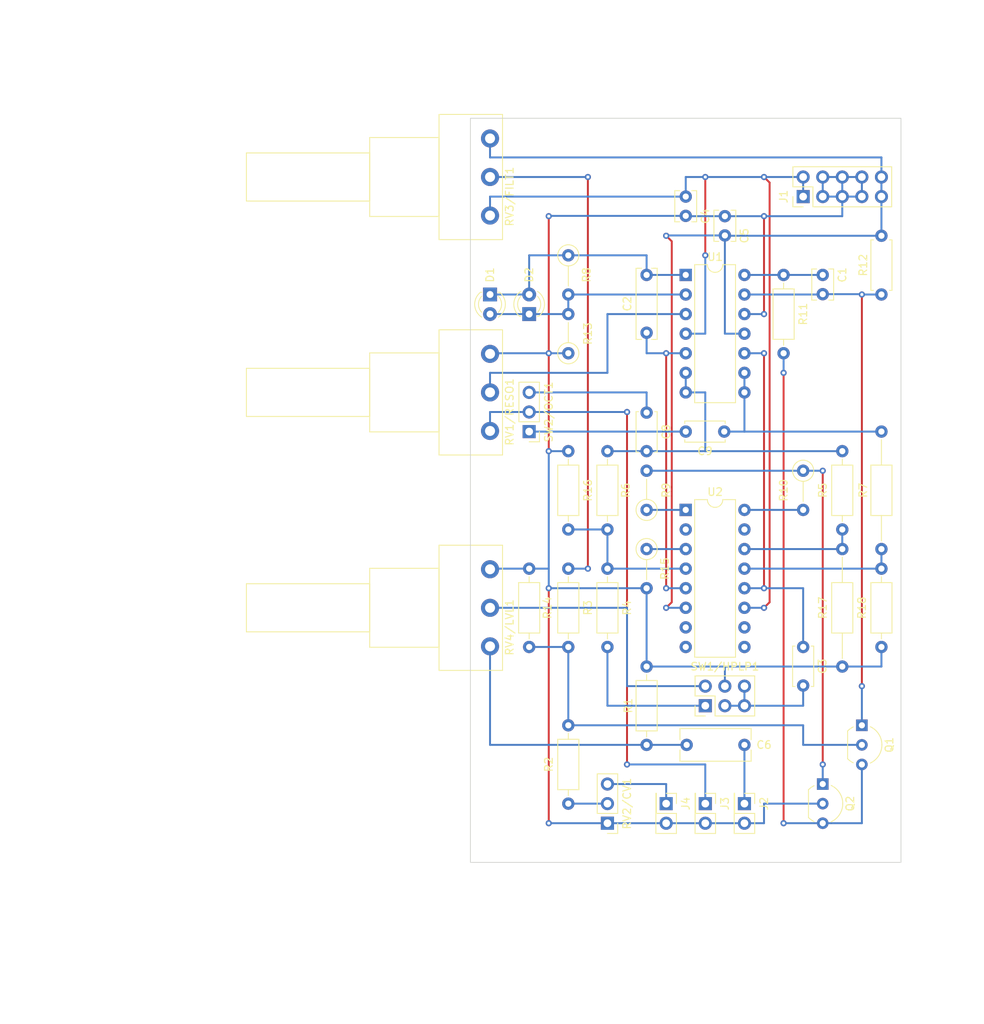
<source format=kicad_pcb>
(kicad_pcb (version 20221018) (generator pcbnew)
  (layers (0 "F.Cu" signal) (31 "B.Cu" signal) (34 "B.Paste" user) (35 "F.Paste" user) (36 "B.SilkS" user "B.Silkscreen") (37 "F.SilkS" user "F.Silkscreen") (38 "B.Mask" user) (39 "F.Mask" user) (44 "Edge.Cuts" user))
  (net 0 "")
  (net 1 "Net-(Q1-C)")
  (net 2 "Net-(Q1-B)")
  (net 3 "Net-(Q1-E)")
  (net 4 "Net-(Q2-C)")
  (net 5 "GND")
  (net 6 "Net-(C1-Pad1)")
  (net 7 "Net-(U1B-+)")
  (net 8 "Net-(D1-A)")
  (net 9 "Net-(U1C-+)")
  (net 10 "+12V")
  (net 11 "-12V")
  (net 12 "Net-(U1C--)")
  (net 13 "Net-(J2-Pin_1)")
  (net 14 "Net-(J3-Pin_1)")
  (net 15 "Net-(J4-Pin_1)")
  (net 16 "Net-(R2-Pad1)")
  (net 17 "Net-(R3-Pad1)")
  (net 18 "Net-(U2C-+)")
  (net 19 "Net-(U2A-+)")
  (net 20 "Net-(U2C--)")
  (net 21 "Net-(U2A--)")
  (net 22 "Net-(D1-K)")
  (net 23 "Net-(R9-Pad1)")
  (net 24 "Net-(R10-Pad2)")
  (net 25 "Net-(U1A-+)")
  (net 28 "Net-(SW1/HPLP1A-A)")
  (net 29 "Net-(SW1/HPLP1A-C)")
  (net 30 "Net-(C6-Pad1)")
  (net 31 "Net-(SW2/OCT1-A)")
  (net 32 "Net-(SW2/OCT1-C)")
  (net 33 "Net-(SW1/HPLP1A-B)")
  (net 34 "Net-(U1B--)")
  (footprint "Package_TO_SOT_THT:TO-92_Inline_Wide" (layer "F.Cu") (at 124.46 106.68 -90)
    (fp_text reference "Q1" (at 2.54 -3.56 90) (layer "F.SilkS"))
    (fp_text value "BC558")
    (pad "1" thru_hole rect (at 0 0 270) (size 1.5 1.5) (drill 0.8) (layers "*.Cu" "*.Mask") (net 1 "Net-(Q1-C)"))
    (pad "2" thru_hole circle (at 2.54 0 270) (size 1.5 1.5) (drill 0.8) (layers "*.Cu" "*.Mask") (net 2 "Net-(Q1-B)"))
    (pad "3" thru_hole circle (at 5.08 0 270) (size 1.5 1.5) (drill 0.8) (layers "*.Cu" "*.Mask") (net 3 "Net-(Q1-E)"))
  )
  (footprint "Resistor_THT:R_Axial_DIN0207_L6.3mm_D2.5mm_P10.16mm_Horizontal" (layer "F.Cu") (at 81.28 86.36 -90)
    (fp_text reference "R14" (at 5.08 -2.37 -90) (layer "F.SilkS"))
    (fp_text value "2.2k")
    (pad "1" thru_hole circle (at 0 0 270) (size 1.6 1.6) (drill 0.8) (layers "*.Cu" "*.Mask") (net 5 "GND"))
    (pad "2" thru_hole oval (at 10.16 0 270) (size 1.6 1.6) (drill 0.8) (layers "*.Cu" "*.Mask") (net 2 "Net-(Q1-B)"))
  )
  (footprint "Resistor_THT:R_Axial_DIN0207_L6.3mm_D2.5mm_P5.08mm_Vertical" (layer "F.Cu") (at 116.84 73.66 -90)
    (fp_text reference "R10" (at 2.54 2.54 -90) (layer "F.SilkS"))
    (fp_text value "10k")
    (pad "1" thru_hole circle (at 0 0 270) (size 1.6 1.6) (drill 0.8) (layers "*.Cu" "*.Mask") (net 4 "Net-(Q2-C)"))
    (pad "2" thru_hole oval (at 5.08 0 270) (size 1.6 1.6) (drill 0.8) (layers "*.Cu" "*.Mask") (net 24 "Net-(R10-Pad2)"))
  )
  (footprint "Capacitor_THT:C_Disc_D3.8mm_W2.6mm_P2.50mm" (layer "F.Cu") (at 101.6 38.1 -90)
    (fp_text reference "C4" (at 2.54 -2.54 -90) (layer "F.SilkS"))
    (fp_text value "100n")
    (pad "1" thru_hole circle (at 0 0 270) (size 1.6 1.6) (drill 0.8) (layers "*.Cu" "*.Mask") (net 10 "+12V"))
    (pad "2" thru_hole circle (at 2.5 0 270) (size 1.6 1.6) (drill 0.8) (layers "*.Cu" "*.Mask") (net 5 "GND"))
  )
  (footprint "Resistor_THT:R_Axial_DIN0207_L6.3mm_D2.5mm_P10.16mm_Horizontal" (layer "F.Cu") (at 114.3 58.42 90)
    (fp_text reference "R11" (at 5.08 2.54 90) (layer "F.SilkS"))
    (fp_text value "4.7k")
    (pad "1" thru_hole circle (at 0 0 90) (size 1.6 1.6) (drill 0.8) (layers "*.Cu" "*.Mask") (net 3 "Net-(Q1-E)"))
    (pad "2" thru_hole oval (at 10.16 0 90) (size 1.6 1.6) (drill 0.8) (layers "*.Cu" "*.Mask") (net 6 "Net-(C1-Pad1)"))
  )
  (footprint "Package_TO_SOT_THT:TO-92_Inline_Wide" (layer "F.Cu") (at 119.38 114.3 -90)
    (fp_text reference "Q2" (at 2.54 -3.56 90) (layer "F.SilkS"))
    (fp_text value "BC558" hide)
    (pad "1" thru_hole rect (at 0 0 270) (size 1.5 1.5) (drill 0.8) (layers "*.Cu" "*.Mask") (net 4 "Net-(Q2-C)"))
    (pad "2" thru_hole circle (at 2.54 0 270) (size 1.5 1.5) (drill 0.8) (layers "*.Cu" "*.Mask") (net 5 "GND"))
    (pad "3" thru_hole circle (at 5.08 0 270) (size 1.5 1.5) (drill 0.8) (layers "*.Cu" "*.Mask") (net 3 "Net-(Q1-E)"))
  )
  (footprint "Resistor_THT:R_Axial_DIN0207_L6.3mm_D2.5mm_P10.16mm_Horizontal" (layer "F.Cu") (at 91.44 96.52 90)
    (fp_text reference "R4" (at 5.08 2.54 90) (layer "F.SilkS"))
    (fp_text value "10k")
    (pad "1" thru_hole circle (at 0 0 90) (size 1.6 1.6) (drill 0.8) (layers "*.Cu" "*.Mask") (net 28 "Net-(SW1/HPLP1A-A)"))
    (pad "2" thru_hole oval (at 10.16 0 90) (size 1.6 1.6) (drill 0.8) (layers "*.Cu" "*.Mask") (net 20 "Net-(U2C--)"))
  )
  (footprint "Package_DIP:DIP-16_W7.62mm" (layer "F.Cu") (at 101.6 78.74)
    (fp_text reference "U2" (at 3.81 -2.33) (layer "F.SilkS"))
    (fp_text value "LM13700")
    (pad "1" thru_hole rect (at 0 0) (size 1.6 1.6) (drill 0.8) (layers "*.Cu" "*.Mask") (net 23 "Net-(R9-Pad1)"))
    (pad "2" thru_hole oval (at 0 2.54) (size 1.6 1.6) (drill 0.8) (layers "*.Cu" "*.Mask"))
    (pad "3" thru_hole oval (at 0 5.08) (size 1.6 1.6) (drill 0.8) (layers "*.Cu" "*.Mask") (net 18 "Net-(U2C-+)"))
    (pad "4" thru_hole oval (at 0 7.62) (size 1.6 1.6) (drill 0.8) (layers "*.Cu" "*.Mask") (net 20 "Net-(U2C--)"))
    (pad "5" thru_hole oval (at 0 10.16) (size 1.6 1.6) (drill 0.8) (layers "*.Cu" "*.Mask") (net 7 "Net-(U1B-+)"))
    (pad "6" thru_hole oval (at 0 12.7) (size 1.6 1.6) (drill 0.8) (layers "*.Cu" "*.Mask") (net 11 "-12V"))
    (pad "7" thru_hole oval (at 0 15.24) (size 1.6 1.6) (drill 0.8) (layers "*.Cu" "*.Mask"))
    (pad "8" thru_hole oval (at 0 17.78) (size 1.6 1.6) (drill 0.8) (layers "*.Cu" "*.Mask"))
    (pad "9" thru_hole oval (at 7.62 17.78) (size 1.6 1.6) (drill 0.8) (layers "*.Cu" "*.Mask"))
    (pad "10" thru_hole oval (at 7.62 15.24) (size 1.6 1.6) (drill 0.8) (layers "*.Cu" "*.Mask"))
    (pad "11" thru_hole oval (at 7.62 12.7) (size 1.6 1.6) (drill 0.8) (layers "*.Cu" "*.Mask") (net 10 "+12V"))
    (pad "12" thru_hole oval (at 7.62 10.16) (size 1.6 1.6) (drill 0.8) (layers "*.Cu" "*.Mask") (net 9 "Net-(U1C-+)"))
    (pad "13" thru_hole oval (at 7.62 7.62) (size 1.6 1.6) (drill 0.8) (layers "*.Cu" "*.Mask") (net 21 "Net-(U2A--)"))
    (pad "14" thru_hole oval (at 7.62 5.08) (size 1.6 1.6) (drill 0.8) (layers "*.Cu" "*.Mask") (net 19 "Net-(U2A-+)"))
    (pad "15" thru_hole oval (at 7.62 2.54) (size 1.6 1.6) (drill 0.8) (layers "*.Cu" "*.Mask"))
    (pad "16" thru_hole oval (at 7.62 0) (size 1.6 1.6) (drill 0.8) (layers "*.Cu" "*.Mask") (net 24 "Net-(R10-Pad2)"))
  )
  (footprint "Resistor_THT:R_Axial_DIN0207_L6.3mm_D2.5mm_P10.16mm_Horizontal" (layer "F.Cu") (at 86.36 116.84 90)
    (fp_text reference "R2" (at 5.08 -2.54 90) (layer "F.SilkS"))
    (fp_text value "100k")
    (pad "1" thru_hole circle (at 0 0 90) (size 1.6 1.6) (drill 0.8) (layers "*.Cu" "*.Mask") (net 16 "Net-(R2-Pad1)"))
    (pad "2" thru_hole oval (at 10.16 0 90) (size 1.6 1.6) (drill 0.8) (layers "*.Cu" "*.Mask") (net 2 "Net-(Q1-B)"))
  )
  (footprint "Resistor_THT:R_Axial_DIN0207_L6.3mm_D2.5mm_P10.16mm_Horizontal" (layer "F.Cu") (at 127 86.36 -90)
    (fp_text reference "R18" (at 5.08 2.54 -90) (layer "F.SilkS"))
    (fp_text value "220")
    (pad "1" thru_hole circle (at 0 0 270) (size 1.6 1.6) (drill 0.8) (layers "*.Cu" "*.Mask") (net 21 "Net-(U2A--)"))
    (pad "2" thru_hole oval (at 10.16 0 270) (size 1.6 1.6) (drill 0.8) (layers "*.Cu" "*.Mask") (net 5 "GND"))
  )
  (footprint "Resistor_THT:R_Axial_DIN0207_L6.3mm_D2.5mm_P5.08mm_Vertical" (layer "F.Cu") (at 96.52 78.74 90)
    (fp_text reference "R9" (at 2.54 2.54 90) (layer "F.SilkS"))
    (fp_text value "10k")
    (pad "1" thru_hole circle (at 0 0 90) (size 1.6 1.6) (drill 0.8) (layers "*.Cu" "*.Mask") (net 23 "Net-(R9-Pad1)"))
    (pad "2" thru_hole oval (at 5.08 0 90) (size 1.6 1.6) (drill 0.8) (layers "*.Cu" "*.Mask") (net 4 "Net-(Q2-C)"))
  )
  (footprint "Capacitor_THT:C_Disc_D5.0mm_W2.5mm_P5.00mm" (layer "F.Cu") (at 106.6 68.58 180)
    (fp_text reference "C9" (at 2.5 -2.54) (layer "F.SilkS"))
    (fp_text value "470n")
    (pad "1" thru_hole circle (at 0 0 180) (size 1.6 1.6) (drill 0.8) (layers "*.Cu" "*.Mask") (net 12 "Net-(U1C--)"))
    (pad "2" thru_hole circle (at 5 0 180) (size 1.6 1.6) (drill 0.8) (layers "*.Cu" "*.Mask") (net 31 "Net-(SW2/OCT1-A)"))
  )
  (footprint "Capacitor_THT:C_Disc_D5.0mm_W2.5mm_P5.00mm" (layer "F.Cu") (at 116.84 96.52 -90)
    (fp_text reference "C3" (at 2.5 -2.5 -90) (layer "F.SilkS"))
    (fp_text value "1.0n")
    (pad "1" thru_hole circle (at 0 0 270) (size 1.6 1.6) (drill 0.8) (layers "*.Cu" "*.Mask") (net 9 "Net-(U1C-+)"))
    (pad "2" thru_hole circle (at 5 0 270) (size 1.6 1.6) (drill 0.8) (layers "*.Cu" "*.Mask") (net 29 "Net-(SW1/HPLP1A-C)"))
  )
  (footprint "Capacitor_THT:C_Rect_L9.0mm_W4.0mm_P7.50mm_MKT" (layer "F.Cu") (at 101.72 109.22)
    (fp_text reference "C6" (at 10.04 0) (layer "F.SilkS"))
    (fp_text value "1.0u")
    (pad "1" thru_hole circle (at 0 0) (size 1.6 1.6) (drill 0.8) (layers "*.Cu" "*.Mask") (net 30 "Net-(C6-Pad1)"))
    (pad "2" thru_hole circle (at 7.5 0) (size 1.6 1.6) (drill 0.8) (layers "*.Cu" "*.Mask") (net 13 "Net-(J2-Pin_1)"))
  )
  (footprint "Resistor_THT:R_Axial_DIN0207_L6.3mm_D2.5mm_P7.62mm_Horizontal" (layer "F.Cu") (at 127 50.8 90)
    (fp_text reference "R12" (at 3.81 -2.37 90) (layer "F.SilkS"))
    (fp_text value "470k")
    (pad "1" thru_hole circle (at 0 0 90) (size 1.6 1.6) (drill 0.8) (layers "*.Cu" "*.Mask") (net 1 "Net-(Q1-C)"))
    (pad "2" thru_hole oval (at 7.62 0 90) (size 1.6 1.6) (drill 0.8) (layers "*.Cu" "*.Mask") (net 11 "-12V"))
  )
  (footprint "Capacitor_THT:C_Disc_D3.8mm_W2.6mm_P2.50mm" (layer "F.Cu") (at 119.38 48.26 -90)
    (fp_text reference "C1" (at 0 -2.54 -90) (layer "F.SilkS"))
    (fp_text value "4.7n")
    (pad "1" thru_hole circle (at 0 0 270) (size 1.6 1.6) (drill 0.8) (layers "*.Cu" "*.Mask") (net 6 "Net-(C1-Pad1)"))
    (pad "2" thru_hole circle (at 2.5 0 270) (size 1.6 1.6) (drill 0.8) (layers "*.Cu" "*.Mask") (net 1 "Net-(Q1-C)"))
  )
  (footprint "LED_THT:LED_D3.0mm" (layer "F.Cu") (at 76.2 50.8 -90)
    (fp_text reference "D2" (at -2.54 -5.08 -270) (layer "F.SilkS"))
    (fp_text value "LED")
    (pad "1" thru_hole rect (at 0 0 270) (size 1.8 1.8) (drill 0.9) (layers "*.Cu" "*.Mask") (net 8 "Net-(D1-A)"))
    (pad "2" thru_hole circle (at 2.54 0 270) (size 1.8 1.8) (drill 0.9) (layers "*.Cu" "*.Mask") (net 22 "Net-(D1-K)"))
  )
  (footprint "Resistor_THT:R_Axial_DIN0207_L6.3mm_D2.5mm_P10.16mm_Horizontal" (layer "F.Cu") (at 86.36 81.28 90)
    (fp_text reference "R16" (at 5.08 2.54 90) (layer "F.SilkS"))
    (fp_text value "220")
    (pad "1" thru_hole circle (at 0 0 90) (size 1.6 1.6) (drill 0.8) (layers "*.Cu" "*.Mask") (net 20 "Net-(U2C--)"))
    (pad "2" thru_hole oval (at 10.16 0 90) (size 1.6 1.6) (drill 0.8) (layers "*.Cu" "*.Mask") (net 5 "GND"))
  )
  (footprint "Connector_PinHeader_2.54mm:PinHeader_2x01_P2.54mm_Vertical" (layer "F.Cu") (at 104.14 116.84 -90)
    (fp_text reference "J3" (at 0 -2.54 90) (layer "F.SilkS"))
    (fp_text value "AUDIO OUT")
    (pad "1" thru_hole rect (at 0 0 270) (size 1.7 1.7) (drill 1) (layers "*.Cu" "*.Mask") (net 14 "Net-(J3-Pin_1)"))
    (pad "2" thru_hole oval (at 2.54 0 270) (size 1.7 1.7) (drill 1) (layers "*.Cu" "*.Mask") (net 5 "GND"))
  )
  (footprint "Capacitor_THT:C_Disc_D3.8mm_W2.6mm_P2.50mm" (layer "F.Cu") (at 106.68 40.64 -90)
    (fp_text reference "C5" (at 2.54 -2.54 -90) (layer "F.SilkS"))
    (fp_text value "100n")
    (pad "1" thru_hole circle (at 0 0 270) (size 1.6 1.6) (drill 0.8) (layers "*.Cu" "*.Mask") (net 5 "GND"))
    (pad "2" thru_hole circle (at 2.5 0 270) (size 1.6 1.6) (drill 0.8) (layers "*.Cu" "*.Mask") (net 11 "-12V"))
  )
  (footprint "Potentiometer_THT:Potentiometer_Piher_PC-16_Single_Horizontal" (layer "F.Cu") (at 76.2 58.5 180)
    (fp_text reference "RV1/RESO1" (at -2.54 -7.54 270) (layer "F.SilkS"))
    (fp_text value "100k / log")
    (pad "1" thru_hole circle (at 0 0 180) (size 2.34 2.34) (drill 1.3) (layers "*.Cu" "*.Mask") (net 5 "GND"))
    (pad "2" thru_hole circle (at 0 -5 180) (size 2.34 2.34) (drill 1.3) (layers "*.Cu" "*.Mask") (net 25 "Net-(U1A-+)"))
    (pad "3" thru_hole circle (at 0 -10 180) (size 2.34 2.34) (drill 1.3) (layers "*.Cu" "*.Mask") (net 14 "Net-(J3-Pin_1)"))
  )
  (footprint "Capacitor_THT:C_Rect_L9.0mm_W2.5mm_P7.50mm_MKT" (layer "F.Cu") (at 96.52 55.76 90)
    (fp_text reference "C2" (at 3.75 -2.5 90) (layer "F.SilkS"))
    (fp_text value "1.0n")
    (pad "1" thru_hole circle (at 0 0 90) (size 1.6 1.6) (drill 0.8) (layers "*.Cu" "*.Mask") (net 7 "Net-(U1B-+)"))
    (pad "2" thru_hole circle (at 7.5 0 90) (size 1.6 1.6) (drill 0.8) (layers "*.Cu" "*.Mask") (net 8 "Net-(D1-A)"))
  )
  (footprint "Package_DIP:DIP-14_W7.62mm" (layer "F.Cu") (at 101.6 48.26)
    (fp_text reference "U1" (at 3.81 -2.33) (layer "F.SilkS"))
    (fp_text value "LM324")
    (pad "1" thru_hole rect (at 0 0) (size 1.6 1.6) (drill 0.8) (layers "*.Cu" "*.Mask") (net 8 "Net-(D1-A)"))
    (pad "2" thru_hole oval (at 0 2.54) (size 1.6 1.6) (drill 0.8) (layers "*.Cu" "*.Mask") (net 22 "Net-(D1-K)"))
    (pad "3" thru_hole oval (at 0 5.08) (size 1.6 1.6) (drill 0.8) (layers "*.Cu" "*.Mask") (net 25 "Net-(U1A-+)"))
    (pad "4" thru_hole oval (at 0 7.62) (size 1.6 1.6) (drill 0.8) (layers "*.Cu" "*.Mask") (net 10 "+12V"))
    (pad "5" thru_hole oval (at 0 10.16) (size 1.6 1.6) (drill 0.8) (layers "*.Cu" "*.Mask") (net 7 "Net-(U1B-+)"))
    (pad "6" thru_hole oval (at 0 12.7) (size 1.6 1.6) (drill 0.8) (layers "*.Cu" "*.Mask") (net 34 "Net-(U1B--)"))
    (pad "7" thru_hole oval (at 0 15.24) (size 1.6 1.6) (drill 0.8) (layers "*.Cu" "*.Mask") (net 34 "Net-(U1B--)"))
    (pad "8" thru_hole oval (at 7.62 15.24) (size 1.6 1.6) (drill 0.8) (layers "*.Cu" "*.Mask") (net 12 "Net-(U1C--)"))
    (pad "9" thru_hole oval (at 7.62 12.7) (size 1.6 1.6) (drill 0.8) (layers "*.Cu" "*.Mask") (net 12 "Net-(U1C--)"))
    (pad "10" thru_hole oval (at 7.62 10.16) (size 1.6 1.6) (drill 0.8) (layers "*.Cu" "*.Mask") (net 9 "Net-(U1C-+)"))
    (pad "11" thru_hole oval (at 7.62 7.62) (size 1.6 1.6) (drill 0.8) (layers "*.Cu" "*.Mask") (net 11 "-12V"))
    (pad "12" thru_hole oval (at 7.62 5.08) (size 1.6 1.6) (drill 0.8) (layers "*.Cu" "*.Mask") (net 5 "GND"))
    (pad "13" thru_hole oval (at 7.62 2.54) (size 1.6 1.6) (drill 0.8) (layers "*.Cu" "*.Mask") (net 1 "Net-(Q1-C)"))
    (pad "14" thru_hole oval (at 7.62 0) (size 1.6 1.6) (drill 0.8) (layers "*.Cu" "*.Mask") (net 6 "Net-(C1-Pad1)"))
  )
  (footprint "Resistor_THT:R_Axial_DIN0207_L6.3mm_D2.5mm_P15.24mm_Horizontal" (layer "F.Cu") (at 121.92 83.82 -90)
    (fp_text reference "R17" (at 7.62 2.54 -90) (layer "F.SilkS"))
    (fp_text value "220")
    (pad "1" thru_hole circle (at 0 0 270) (size 1.6 1.6) (drill 0.8) (layers "*.Cu" "*.Mask") (net 19 "Net-(U2A-+)"))
    (pad "2" thru_hole oval (at 15.24 0 270) (size 1.6 1.6) (drill 0.8) (layers "*.Cu" "*.Mask") (net 5 "GND"))
  )
  (footprint "Connector_PinHeader_2.54mm:PinHeader_1x03_P2.54mm_Vertical" (layer "F.Cu") (at 81.28 68.58 180)
    (fp_text reference "SW2/OCT1" (at -2.54 2.54 90) (layer "F.SilkS"))
    (fp_text value "SW_SPDT/ATT")
    (pad "1" thru_hole rect (at 0 0 180) (size 1.7 1.7) (drill 1) (layers "*.Cu" "*.Mask") (net 31 "Net-(SW2/OCT1-A)"))
    (pad "2" thru_hole oval (at 0 2.54 180) (size 1.7 1.7) (drill 1) (layers "*.Cu" "*.Mask") (net 14 "Net-(J3-Pin_1)"))
    (pad "3" thru_hole oval (at 0 5.08 180) (size 1.7 1.7) (drill 1) (layers "*.Cu" "*.Mask") (net 32 "Net-(SW2/OCT1-C)"))
  )
  (footprint "Resistor_THT:R_Axial_DIN0207_L6.3mm_D2.5mm_P10.16mm_Horizontal" (layer "F.Cu") (at 121.92 71.12 -90)
    (fp_text reference "R5" (at 5.08 2.54 -90) (layer "F.SilkS"))
    (fp_text value "10k")
    (pad "1" thru_hole circle (at 0 0 270) (size 1.6 1.6) (drill 0.8) (layers "*.Cu" "*.Mask") (net 34 "Net-(U1B--)"))
    (pad "2" thru_hole oval (at 10.16 0 270) (size 1.6 1.6) (drill 0.8) (layers "*.Cu" "*.Mask") (net 19 "Net-(U2A-+)"))
  )
  (footprint "Resistor_THT:R_Axial_DIN0207_L6.3mm_D2.5mm_P10.16mm_Horizontal" (layer "F.Cu") (at 91.44 71.12 -90)
    (fp_text reference "R6" (at 5.08 -2.37 -90) (layer "F.SilkS"))
    (fp_text value "10k")
    (pad "1" thru_hole circle (at 0 0 270) (size 1.6 1.6) (drill 0.8) (layers "*.Cu" "*.Mask") (net 34 "Net-(U1B--)"))
    (pad "2" thru_hole oval (at 10.16 0 270) (size 1.6 1.6) (drill 0.8) (layers "*.Cu" "*.Mask") (net 20 "Net-(U2C--)"))
  )
  (footprint "Resistor_THT:R_Axial_DIN0207_L6.3mm_D2.5mm_P10.16mm_Horizontal" (layer "F.Cu") (at 86.36 86.36 -90)
    (fp_text reference "R3" (at 5.08 -2.54 -90) (layer "F.SilkS"))
    (fp_text value "100k")
    (pad "1" thru_hole circle (at 0 0 270) (size 1.6 1.6) (drill 0.8) (layers "*.Cu" "*.Mask") (net 17 "Net-(R3-Pad1)"))
    (pad "2" thru_hole oval (at 10.16 0 270) (size 1.6 1.6) (drill 0.8) (layers "*.Cu" "*.Mask") (net 2 "Net-(Q1-B)"))
  )
  (footprint "Resistor_THT:R_Axial_DIN0207_L6.3mm_D2.5mm_P5.08mm_Vertical" (layer "F.Cu") (at 96.52 83.82 -90)
    (fp_text reference "R15" (at 2.54 -2.37 -90) (layer "F.SilkS"))
    (fp_text value "220")
    (pad "1" thru_hole circle (at 0 0 270) (size 1.6 1.6) (drill 0.8) (layers "*.Cu" "*.Mask") (net 18 "Net-(U2C-+)"))
    (pad "2" thru_hole oval (at 5.08 0 270) (size 1.6 1.6) (drill 0.8) (layers "*.Cu" "*.Mask") (net 5 "GND"))
  )
  (footprint "Potentiometer_THT:Potentiometer_Piher_PC-16_Single_Horizontal" (layer "F.Cu") (at 76.2 86.44 180)
    (fp_text reference "RV4/LVL1" (at -2.54 -7.54 90) (layer "F.SilkS"))
    (fp_text value "100k")
    (pad "1" thru_hole circle (at 0 0 180) (size 2.34 2.34) (drill 1.3) (layers "*.Cu" "*.Mask") (net 5 "GND"))
    (pad "2" thru_hole circle (at 0 -5 180) (size 2.34 2.34) (drill 1.3) (layers "*.Cu" "*.Mask") (net 33 "Net-(SW1/HPLP1A-B)"))
    (pad "3" thru_hole circle (at 0 -10 180) (size 2.34 2.34) (drill 1.3) (layers "*.Cu" "*.Mask") (net 30 "Net-(C6-Pad1)"))
  )
  (footprint "Capacitor_THT:C_Disc_D5.0mm_W2.5mm_P5.00mm" (layer "F.Cu") (at 96.52 71.12 90)
    (fp_text reference "C8" (at 2.5 2.54 90) (layer "F.SilkS"))
    (fp_text value "470n")
    (pad "1" thru_hole circle (at 0 0 90) (size 1.6 1.6) (drill 0.8) (layers "*.Cu" "*.Mask") (net 34 "Net-(U1B--)"))
    (pad "2" thru_hole circle (at 5 0 90) (size 1.6 1.6) (drill 0.8) (layers "*.Cu" "*.Mask") (net 32 "Net-(SW2/OCT1-C)"))
  )
  (footprint "Resistor_THT:R_Axial_DIN0207_L6.3mm_D2.5mm_P10.16mm_Horizontal" (layer "F.Cu") (at 96.52 109.22 90)
    (fp_text reference "R1" (at 5.08 -2.37 90) (layer "F.SilkS"))
    (fp_text value "200k")
    (pad "1" thru_hole circle (at 0 0 90) (size 1.6 1.6) (drill 0.8) (layers "*.Cu" "*.Mask") (net 30 "Net-(C6-Pad1)"))
    (pad "2" thru_hole oval (at 10.16 0 90) (size 1.6 1.6) (drill 0.8) (layers "*.Cu" "*.Mask") (net 5 "GND"))
  )
  (footprint "Connector_PinHeader_2.54mm:PinHeader_2x03_P2.54mm_Vertical" (layer "F.Cu") (at 104.14 104.14 90)
    (fp_text reference "SW1/HPLP1" (at 5.08 2.54) (layer "F.SilkS"))
    (fp_text value "SW_DPDT_x2")
    (pad "1" thru_hole rect (at 0 0 90) (size 1.7 1.7) (drill 1) (layers "*.Cu" "*.Mask") (net 28 "Net-(SW1/HPLP1A-A)"))
    (pad "2" thru_hole oval (at 2.54 0 90) (size 1.7 1.7) (drill 1) (layers "*.Cu" "*.Mask") (net 33 "Net-(SW1/HPLP1A-B)"))
    (pad "3" thru_hole oval (at 0 2.54 90) (size 1.7 1.7) (drill 1) (layers "*.Cu" "*.Mask") (net 29 "Net-(SW1/HPLP1A-C)"))
    (pad "4" thru_hole oval (at 2.54 2.54 90) (size 1.7 1.7) (drill 1) (layers "*.Cu" "*.Mask") (net 5 "GND"))
    (pad "5" thru_hole oval (at 0 5.08 90) (size 1.7 1.7) (drill 1) (layers "*.Cu" "*.Mask") (net 29 "Net-(SW1/HPLP1A-C)"))
    (pad "6" thru_hole oval (at 2.54 5.08 90) (size 1.7 1.7) (drill 1) (layers "*.Cu" "*.Mask") (net 29 "Net-(SW1/HPLP1A-C)"))
  )
  (footprint "Connector_PinHeader_2.54mm:PinHeader_2x05_P2.54mm_Vertical" (layer "F.Cu") (at 116.84 38.1 90)
    (fp_text reference "J1" (at 0 -2.54 90) (layer "F.SilkS"))
    (fp_text value "POWER")
    (pad "1" thru_hole rect (at 0 0 90) (size 1.7 1.7) (drill 1) (layers "*.Cu" "*.Mask") (net 10 "+12V"))
    (pad "2" thru_hole oval (at 2.54 0 90) (size 1.7 1.7) (drill 1) (layers "*.Cu" "*.Mask") (net 10 "+12V"))
    (pad "3" thru_hole oval (at 0 2.54 90) (size 1.7 1.7) (drill 1) (layers "*.Cu" "*.Mask") (net 5 "GND"))
    (pad "4" thru_hole oval (at 2.54 2.54 90) (size 1.7 1.7) (drill 1) (layers "*.Cu" "*.Mask") (net 5 "GND"))
    (pad "5" thru_hole oval (at 0 5.08 90) (size 1.7 1.7) (drill 1) (layers "*.Cu" "*.Mask") (net 5 "GND"))
    (pad "6" thru_hole oval (at 2.54 5.08 90) (size 1.7 1.7) (drill 1) (layers "*.Cu" "*.Mask") (net 5 "GND"))
    (pad "7" thru_hole oval (at 0 7.62 90) (size 1.7 1.7) (drill 1) (layers "*.Cu" "*.Mask") (net 5 "GND"))
    (pad "8" thru_hole oval (at 2.54 7.62 90) (size 1.7 1.7) (drill 1) (layers "*.Cu" "*.Mask") (net 5 "GND"))
    (pad "9" thru_hole oval (at 0 10.16 90) (size 1.7 1.7) (drill 1) (layers "*.Cu" "*.Mask") (net 11 "-12V"))
    (pad "10" thru_hole oval (at 2.54 10.16 90) (size 1.7 1.7) (drill 1) (layers "*.Cu" "*.Mask") (net 11 "-12V"))
  )
  (footprint "Connector_PinHeader_2.54mm:PinHeader_2x01_P2.54mm_Vertical" (layer "F.Cu") (at 99.06 116.84 -90)
    (fp_text reference "J4" (at 0 -2.54 90) (layer "F.SilkS"))
    (fp_text value "CV IN")
    (pad "1" thru_hole rect (at 0 0 270) (size 1.7 1.7) (drill 1) (layers "*.Cu" "*.Mask") (net 15 "Net-(J4-Pin_1)"))
    (pad "2" thru_hole oval (at 2.54 0 270) (size 1.7 1.7) (drill 1) (layers "*.Cu" "*.Mask") (net 5 "GND"))
  )
  (footprint "Resistor_THT:R_Axial_DIN0207_L6.3mm_D2.5mm_P15.24mm_Horizontal" (layer "F.Cu") (at 127 83.82 90)
    (fp_text reference "R7" (at 7.62 -2.37 90) (layer "F.SilkS"))
    (fp_text value "10k")
    (pad "1" thru_hole circle (at 0 0 90) (size 1.6 1.6) (drill 0.8) (layers "*.Cu" "*.Mask") (net 21 "Net-(U2A--)"))
    (pad "2" thru_hole oval (at 15.24 0 90) (size 1.6 1.6) (drill 0.8) (layers "*.Cu" "*.Mask") (net 12 "Net-(U1C--)"))
  )
  (footprint "LED_THT:LED_D3.0mm" (layer "F.Cu") (at 81.28 53.34 90)
    (fp_text reference "D1" (at 5.08 -5.08 90) (layer "F.SilkS"))
    (fp_text value "LED")
    (pad "1" thru_hole rect (at 0 0 90) (size 1.8 1.8) (drill 0.9) (layers "*.Cu" "*.Mask") (net 22 "Net-(D1-K)"))
    (pad "2" thru_hole circle (at 2.54 0 90) (size 1.8 1.8) (drill 0.9) (layers "*.Cu" "*.Mask") (net 8 "Net-(D1-A)"))
  )
  (footprint "Connector_PinHeader_2.54mm:PinHeader_1x03_P2.54mm_Vertical" (layer "F.Cu") (at 91.44 119.38 180)
    (fp_text reference "RV2/CV1" (at -2.54 2.54 90) (layer "F.SilkS"))
    (fp_text value "100k / lin")
    (pad "1" thru_hole rect (at 0 0 180) (size 1.7 1.7) (drill 1) (layers "*.Cu" "*.Mask") (net 5 "GND"))
    (pad "2" thru_hole oval (at 0 2.54 180) (size 1.7 1.7) (drill 1) (layers "*.Cu" "*.Mask") (net 16 "Net-(R2-Pad1)"))
    (pad "3" thru_hole oval (at 0 5.08 180) (size 1.7 1.7) (drill 1) (layers "*.Cu" "*.Mask") (net 15 "Net-(J4-Pin_1)"))
  )
  (footprint "Resistor_THT:R_Axial_DIN0207_L6.3mm_D2.5mm_P5.08mm_Vertical" (layer "F.Cu") (at 86.36 58.42 90)
    (fp_text reference "R13" (at 2.54 2.54 90) (layer "F.SilkS"))
    (fp_text value "1.5k")
    (pad "1" thru_hole circle (at 0 0 90) (size 1.6 1.6) (drill 0.8) (layers "*.Cu" "*.Mask") (net 5 "GND"))
    (pad "2" thru_hole oval (at 5.08 0 90) (size 1.6 1.6) (drill 0.8) (layers "*.Cu" "*.Mask") (net 22 "Net-(D1-K)"))
  )
  (footprint "Potentiometer_THT:Potentiometer_Piher_PC-16_Single_Horizontal" (layer "F.Cu") (at 76.2 30.56 180)
    (fp_text reference "RV3/FILT1" (at -2.54 -7.54 270) (layer "F.SilkS"))
    (fp_text value "100k / lin")
    (pad "1" thru_hole circle (at 0 0 180) (size 2.34 2.34) (drill 1.3) (layers "*.Cu" "*.Mask") (net 11 "-12V"))
    (pad "2" thru_hole circle (at 0 -5 180) (size 2.34 2.34) (drill 1.3) (layers "*.Cu" "*.Mask") (net 17 "Net-(R3-Pad1)"))
    (pad "3" thru_hole circle (at 0 -10 180) (size 2.34 2.34) (drill 1.3) (layers "*.Cu" "*.Mask") (net 10 "+12V"))
  )
  (footprint "Resistor_THT:R_Axial_DIN0207_L6.3mm_D2.5mm_P5.08mm_Vertical" (layer "F.Cu") (at 86.36 45.72 -90)
    (fp_text reference "R8" (at 2.54 -2.37 90) (layer "F.SilkS"))
    (fp_text value "10k")
    (pad "1" thru_hole circle (at 0 0 270) (size 1.6 1.6) (drill 0.8) (layers "*.Cu" "*.Mask") (net 8 "Net-(D1-A)"))
    (pad "2" thru_hole oval (at 5.08 0 270) (size 1.6 1.6) (drill 0.8) (layers "*.Cu" "*.Mask") (net 22 "Net-(D1-K)"))
  )
  (footprint "Connector_PinHeader_2.54mm:PinHeader_2x01_P2.54mm_Vertical" (layer "F.Cu") (at 109.22 116.84 -90)
    (fp_text reference "J2" (at 0 -2.54 90) (layer "F.SilkS"))
    (fp_text value "AUDIO IN")
    (pad "1" thru_hole rect (at 0 0 270) (size 1.7 1.7) (drill 1) (layers "*.Cu" "*.Mask") (net 13 "Net-(J2-Pin_1)"))
    (pad "2" thru_hole oval (at 2.54 0 270) (size 1.7 1.7) (drill 1) (layers "*.Cu" "*.Mask") (net 5 "GND"))
  )
  (gr_rect (start 73.66 27.94) (end 129.54 124.46) (stroke (width 0.1)) (fill none) (layer "Edge.Cuts"))
  (segment (start 124.46 101.6) (end 124.46 50.8) (width 0.25) (layer "F.Cu") (net 1))
  (via (at 124.46 101.6) (size 0.8) (drill 0.4) (layers "F.Cu" "B.Cu") (net 1))
  (via (at 124.46 50.8) (size 0.8) (drill 0.4) (layers "F.Cu" "B.Cu") (net 1))
  (segment (start 127 50.8) (end 124.46 50.8) (width 0.25) (layer "B.Cu") (net 1))
  (segment (start 124.46 106.68) (end 124.46 101.6) (width 0.25) (layer "B.Cu") (net 1))
  (segment (start 119.38 50.8) (end 109.22 50.8) (width 0.25) (layer "B.Cu") (net 1))
  (segment (start 124.42 50.76) (end 119.38 50.76) (width 0.25) (layer "B.Cu") (net 1))
  (segment (start 124.46 50.8) (end 124.42 50.76) (width 0.25) (layer "B.Cu") (net 1))
  (segment (start 124.46 109.22) (end 116.84 109.22) (width 0.25) (layer "B.Cu") (net 2))
  (segment (start 116.84 106.68) (end 86.36 106.68) (width 0.25) (layer "B.Cu") (net 2))
  (segment (start 116.84 109.22) (end 116.84 106.68) (width 0.25) (layer "B.Cu") (net 2))
  (segment (start 86.36 96.52) (end 81.28 96.52) (width 0.25) (layer "B.Cu") (net 2))
  (segment (start 86.36 106.68) (end 86.36 96.52) (width 0.25) (layer "B.Cu") (net 2))
  (segment (start 114.3 119.38) (end 114.3 60.96) (width 0.25) (layer "F.Cu") (net 3))
  (via (at 114.3 60.96) (size 0.8) (drill 0.4) (layers "F.Cu" "B.Cu") (net 3))
  (via (at 114.3 119.38) (size 0.8) (drill 0.4) (layers "F.Cu" "B.Cu") (net 3))
  (segment (start 119.38 119.38) (end 114.3 119.38) (width 0.25) (layer "B.Cu") (net 3))
  (segment (start 124.46 119.38) (end 124.46 111.76) (width 0.25) (layer "B.Cu") (net 3))
  (segment (start 114.3 58.42) (end 114.3 60.96) (width 0.25) (layer "B.Cu") (net 3))
  (segment (start 124.46 119.38) (end 119.38 119.38) (width 0.25) (layer "B.Cu") (net 3))
  (segment (start 119.38 111.76) (end 119.38 73.66) (width 0.25) (layer "F.Cu") (net 4))
  (via (at 119.38 111.76) (size 0.8) (drill 0.4) (layers "F.Cu" "B.Cu") (net 4))
  (via (at 119.38 73.66) (size 0.8) (drill 0.4) (layers "F.Cu" "B.Cu") (net 4))
  (segment (start 119.38 73.66) (end 96.52 73.66) (width 0.25) (layer "B.Cu") (net 4))
  (segment (start 119.38 114.3) (end 119.38 111.76) (width 0.25) (layer "B.Cu") (net 4))
  (segment (start 111.76 40.64) (end 111.76 53.34) (width 0.25) (layer "F.Cu") (net 5))
  (segment (start 83.82 58.42) (end 83.82 71.12) (width 0.25) (layer "F.Cu") (net 5))
  (segment (start 83.82 40.64) (end 83.82 58.42) (width 0.25) (layer "F.Cu") (net 5))
  (segment (start 83.82 88.9) (end 83.82 119.38) (width 0.25) (layer "F.Cu") (net 5))
  (via (at 111.76 40.64) (size 0.8) (drill 0.4) (layers "F.Cu" "B.Cu") (net 5))
  (via (at 83.82 71.12) (size 0.8) (drill 0.4) (layers "F.Cu" "B.Cu") (net 5))
  (via (at 83.82 88.9) (size 0.8) (drill 0.4) (layers "F.Cu" "B.Cu") (net 5))
  (via (at 83.82 58.42) (size 0.8) (drill 0.4) (layers "F.Cu" "B.Cu") (net 5))
  (via (at 83.82 119.38) (size 0.8) (drill 0.4) (layers "F.Cu" "B.Cu") (net 5))
  (via (at 83.82 40.64) (size 0.8) (drill 0.4) (layers "F.Cu" "B.Cu") (net 5))
  (via (at 111.76 53.34) (size 0.8) (drill 0.4) (layers "F.Cu" "B.Cu") (net 5))
  (segment (start 121.92 35.56) (end 124.46 35.56) (width 0.25) (layer "B.Cu") (net 5))
  (segment (start 86.36 71.12) (end 83.82 71.12) (width 0.25) (layer "B.Cu") (net 5))
  (segment (start 119.38 116.84) (end 111.76 116.84) (width 0.25) (layer "B.Cu") (net 5))
  (segment (start 106.68 99.06) (end 121.92 99.06) (width 0.25) (layer "B.Cu") (net 5))
  (segment (start 83.82 86.36) (end 83.82 71.12) (width 0.25) (layer "B.Cu") (net 5))
  (segment (start 83.82 58.42) (end 76.2 58.42) (width 0.25) (layer "B.Cu") (net 5))
  (segment (start 83.86 40.6) (end 101.6 40.6) (width 0.25) (layer "B.Cu") (net 5))
  (segment (start 111.76 119.38) (end 111.76 116.84) (width 0.25) (layer "B.Cu") (net 5))
  (segment (start 106.68 40.64) (end 101.64 40.64) (width 0.25) (layer "B.Cu") (net 5))
  (segment (start 96.52 99.06) (end 106.68 99.06) (width 0.25) (layer "B.Cu") (net 5))
  (segment (start 83.82 119.38) (end 111.76 119.38) (width 0.25) (layer "B.Cu") (net 5))
  (segment (start 81.28 86.36) (end 76.28 86.36) (width 0.25) (layer "B.Cu") (net 5))
  (segment (start 121.92 99.06) (end 127 99.06) (width 0.25) (layer "B.Cu") (net 5))
  (segment (start 83.82 58.42) (end 86.36 58.42) (width 0.25) (layer "B.Cu") (net 5))
  (segment (start 81.28 86.36) (end 83.82 86.36) (width 0.25) (layer "B.Cu") (net 5))
  (segment (start 106.68 101.6) (end 106.68 99.06) (width 0.25) (layer "B.Cu") (net 5))
  (segment (start 121.92 38.1) (end 124.46 38.1) (width 0.25) (layer "B.Cu") (net 5))
  (segment (start 124.46 38.1) (end 124.46 35.56) (width 0.25) (layer "B.Cu") (net 5))
  (segment (start 106.68 40.64) (end 111.76 40.64) (width 0.25) (layer "B.Cu") (net 5))
  (segment (start 119.38 35.56) (end 121.92 35.56) (width 0.25) (layer "B.Cu") (net 5))
  (segment (start 127 99.06) (end 127 96.52) (width 0.25) (layer "B.Cu") (net 5))
  (segment (start 121.92 38.1) (end 121.92 35.56) (width 0.25) (layer "B.Cu") (net 5))
  (segment (start 96.52 88.9) (end 83.82 88.9) (width 0.25) (layer "B.Cu") (net 5))
  (segment (start 83.82 40.64) (end 83.86 40.6) (width 0.25) (layer "B.Cu") (net 5))
  (segment (start 121.92 40.64) (end 121.92 38.1) (width 0.25) (layer "B.Cu") (net 5))
  (segment (start 83.82 88.9) (end 83.82 86.36) (width 0.25) (layer "B.Cu") (net 5))
  (segment (start 96.52 88.9) (end 96.52 99.06) (width 0.25) (layer "B.Cu") (net 5))
  (segment (start 119.38 38.1) (end 121.92 38.1) (width 0.25) (layer "B.Cu") (net 5))
  (segment (start 111.76 40.64) (end 121.92 40.64) (width 0.25) (layer "B.Cu") (net 5))
  (segment (start 119.38 38.1) (end 119.38 35.56) (width 0.25) (layer "B.Cu") (net 5))
  (segment (start 109.22 53.34) (end 111.76 53.34) (width 0.25) (layer "B.Cu") (net 5))
  (segment (start 114.3 48.26) (end 109.22 48.26) (width 0.25) (layer "B.Cu") (net 6))
  (segment (start 114.3 48.26) (end 119.38 48.26) (width 0.25) (layer "B.Cu") (net 6))
  (segment (start 99.06 88.9) (end 99.06 58.42) (width 0.25) (layer "F.Cu") (net 7))
  (via (at 99.06 58.42) (size 0.8) (drill 0.4) (layers "F.Cu" "B.Cu") (net 7))
  (via (at 99.06 88.9) (size 0.8) (drill 0.4) (layers "F.Cu" "B.Cu") (net 7))
  (segment (start 96.52 58.42) (end 96.52 55.76) (width 0.25) (layer "B.Cu") (net 7))
  (segment (start 101.6 58.42) (end 99.06 58.42) (width 0.25) (layer "B.Cu") (net 7))
  (segment (start 101.6 88.9) (end 99.06 88.9) (width 0.25) (layer "B.Cu") (net 7))
  (segment (start 96.52 58.42) (end 99.06 58.42) (width 0.25) (layer "B.Cu") (net 7))
  (segment (start 81.28 45.72) (end 96.52 45.72) (width 0.25) (layer "B.Cu") (net 8))
  (segment (start 96.52 45.72) (end 96.52 48.26) (width 0.25) (layer "B.Cu") (net 8))
  (segment (start 76.2 50.8) (end 81.28 50.8) (width 0.25) (layer "B.Cu") (net 8))
  (segment (start 96.52 48.26) (end 101.6 48.26) (width 0.25) (layer "B.Cu") (net 8))
  (segment (start 81.28 50.8) (end 81.28 45.72) (width 0.25) (layer "B.Cu") (net 8))
  (segment (start 111.76 58.42) (end 111.76 88.9) (width 0.25) (layer "F.Cu") (net 9))
  (via (at 111.76 88.9) (size 0.8) (drill 0.4) (layers "F.Cu" "B.Cu") (net 9))
  (via (at 111.76 58.42) (size 0.8) (drill 0.4) (layers "F.Cu" "B.Cu") (net 9))
  (segment (start 111.76 88.9) (end 116.84 88.9) (width 0.25) (layer "B.Cu") (net 9))
  (segment (start 109.22 88.9) (end 111.76 88.9) (width 0.25) (layer "B.Cu") (net 9))
  (segment (start 116.84 88.9) (end 116.84 96.52) (width 0.25) (layer "B.Cu") (net 9))
  (segment (start 109.22 58.42) (end 111.76 58.42) (width 0.25) (layer "B.Cu") (net 9))
  (segment (start 112.485 36.285) (end 111.76 35.56) (width 0.25) (layer "F.Cu") (net 10))
  (segment (start 112.485 90.715) (end 112.485 36.285) (width 0.25) (layer "F.Cu") (net 10))
  (segment (start 111.76 91.44) (end 112.485 90.715) (width 0.25) (layer "F.Cu") (net 10))
  (segment (start 104.14 45.72) (end 104.14 35.56) (width 0.25) (layer "F.Cu") (net 10))
  (via (at 104.14 35.56) (size 0.8) (drill 0.4) (layers "F.Cu" "B.Cu") (net 10))
  (via (at 111.76 91.44) (size 0.8) (drill 0.4) (layers "F.Cu" "B.Cu") (net 10))
  (via (at 111.76 35.56) (size 0.8) (drill 0.4) (layers "F.Cu" "B.Cu") (net 10))
  (via (at 104.14 45.72) (size 0.8) (drill 0.4) (layers "F.Cu" "B.Cu") (net 10))
  (segment (start 109.22 91.44) (end 111.76 91.44) (width 0.25) (layer "B.Cu") (net 10))
  (segment (start 101.6 35.56) (end 101.6 38.1) (width 0.25) (layer "B.Cu") (net 10))
  (segment (start 101.6 35.56) (end 104.14 35.56) (width 0.25) (layer "B.Cu") (net 10))
  (segment (start 76.2 38.1) (end 76.2 40.56) (width 0.25) (layer "B.Cu") (net 10))
  (segment (start 104.14 55.88) (end 104.14 45.72) (width 0.25) (layer "B.Cu") (net 10))
  (segment (start 104.14 55.88) (end 101.6 55.88) (width 0.25) (layer "B.Cu") (net 10))
  (segment (start 116.84 38.1) (end 116.84 35.56) (width 0.25) (layer "B.Cu") (net 10))
  (segment (start 104.14 35.56) (end 111.76 35.56) (width 0.25) (layer "B.Cu") (net 10))
  (segment (start 111.76 35.56) (end 116.84 35.56) (width 0.25) (layer "B.Cu") (net 10))
  (segment (start 101.6 38.1) (end 76.2 38.1) (width 0.25) (layer "B.Cu") (net 10))
  (segment (start 99.785 43.905) (end 99.06 43.18) (width 0.25) (layer "F.Cu") (net 11))
  (segment (start 99.06 91.44) (end 99.785 90.715) (width 0.25) (layer "F.Cu") (net 11))
  (segment (start 99.785 90.715) (end 99.785 43.905) (width 0.25) (layer "F.Cu") (net 11))
  (via (at 99.06 91.44) (size 0.8) (drill 0.4) (layers "F.Cu" "B.Cu") (net 11))
  (via (at 99.06 43.18) (size 0.8) (drill 0.4) (layers "F.Cu" "B.Cu") (net 11))
  (segment (start 127 43.18) (end 127 38.1) (width 0.25) (layer "B.Cu") (net 11))
  (segment (start 106.72 43.18) (end 127 43.18) (width 0.25) (layer "B.Cu") (net 11))
  (segment (start 76.2 33.02) (end 127 33.02) (width 0.25) (layer "B.Cu") (net 11))
  (segment (start 101.6 91.44) (end 99.06 91.44) (width 0.25) (layer "B.Cu") (net 11))
  (segment (start 109.22 55.88) (end 106.68 55.88) (width 0.25) (layer "B.Cu") (net 11))
  (segment (start 99.1 43.14) (end 106.68 43.14) (width 0.25) (layer "B.Cu") (net 11))
  (segment (start 99.06 43.18) (end 99.1 43.14) (width 0.25) (layer "B.Cu") (net 11))
  (segment (start 76.2 33.02) (end 76.2 30.56) (width 0.25) (layer "B.Cu") (net 11))
  (segment (start 106.68 55.88) (end 106.68 43.14) (width 0.25) (layer "B.Cu") (net 11))
  (segment (start 127 33.02) (end 127 35.56) (width 0.25) (layer "B.Cu") (net 11))
  (segment (start 127 38.1) (end 127 35.56) (width 0.25) (layer "B.Cu") (net 11))
  (segment (start 109.22 68.58) (end 106.6 68.58) (width 0.25) (layer "B.Cu") (net 12))
  (segment (start 109.22 60.96) (end 109.22 63.5) (width 0.25) (layer "B.Cu") (net 12))
  (segment (start 109.22 63.5) (end 109.22 68.58) (width 0.25) (layer "B.Cu") (net 12))
  (segment (start 127 68.58) (end 109.22 68.58) (width 0.25) (layer "B.Cu") (net 12))
  (segment (start 109.22 116.84) (end 109.22 109.22) (width 0.25) (layer "B.Cu") (net 13))
  (segment (start 93.98 111.76) (end 93.98 66.04) (width 0.25) (layer "F.Cu") (net 14))
  (via (at 93.98 66.04) (size 0.8) (drill 0.4) (layers "F.Cu" "B.Cu") (net 14))
  (via (at 93.98 111.76) (size 0.8) (drill 0.4) (layers "F.Cu" "B.Cu") (net 14))
  (segment (start 93.98 66.04) (end 81.28 66.04) (width 0.25) (layer "B.Cu") (net 14))
  (segment (start 76.2 68.5) (end 76.2 66.04) (width 0.25) (layer "B.Cu") (net 14))
  (segment (start 93.98 111.76) (end 104.14 111.76) (width 0.25) (layer "B.Cu") (net 14))
  (segment (start 104.14 111.76) (end 104.14 116.84) (width 0.25) (layer "B.Cu") (net 14))
  (segment (start 81.66038 66.04) (end 93.98 66.04) (width 0.25) (layer "B.Cu") (net 14))
  (segment (start 76.2 66.04) (end 81.28 66.04) (width 0.25) (layer "B.Cu") (net 14))
  (segment (start 99.06 116.84) (end 99.06 114.3) (width 0.25) (layer "B.Cu") (net 15))
  (segment (start 99.06 114.3) (end 91.44 114.3) (width 0.25) (layer "B.Cu") (net 15))
  (segment (start 91.44 116.84) (end 86.36 116.84) (width 0.25) (layer "B.Cu") (net 16))
  (segment (start 88.9 86.36) (end 88.9 35.56) (width 0.25) (layer "F.Cu") (net 17))
  (via (at 88.9 35.56) (size 0.8) (drill 0.4) (layers "F.Cu" "B.Cu") (net 17))
  (via (at 88.9 86.36) (size 0.8) (drill 0.4) (layers "F.Cu" "B.Cu") (net 17))
  (segment (start 88.9 86.36) (end 86.36 86.36) (width 0.25) (layer "B.Cu") (net 17))
  (segment (start 76.2 35.56) (end 88.9 35.56) (width 0.25) (layer "B.Cu") (net 17))
  (segment (start 101.6 83.82) (end 96.52 83.82) (width 0.25) (layer "B.Cu") (net 18))
  (segment (start 121.92 81.28) (end 121.92 83.82) (width 0.25) (layer "B.Cu") (net 19))
  (segment (start 109.22 83.82) (end 121.92 83.82) (width 0.25) (layer "B.Cu") (net 19))
  (segment (start 91.44 86.36) (end 101.6 86.36) (width 0.25) (layer "B.Cu") (net 20))
  (segment (start 91.44 81.28) (end 86.36 81.28) (width 0.25) (layer "B.Cu") (net 20))
  (segment (start 91.44 86.36) (end 91.44 81.28) (width 0.25) (layer "B.Cu") (net 20))
  (segment (start 109.22 86.36) (end 127 86.36) (width 0.25) (layer "B.Cu") (net 21))
  (segment (start 127 86.36) (end 127 83.82) (width 0.25) (layer "B.Cu") (net 21))
  (segment (start 86.36 50.8) (end 101.6 50.8) (width 0.25) (layer "B.Cu") (net 22))
  (segment (start 81.28 53.34) (end 76.2 53.34) (width 0.25) (layer "B.Cu") (net 22))
  (segment (start 81.28 53.34) (end 86.36 53.34) (width 0.25) (layer "B.Cu") (net 22))
  (segment (start 86.36 53.34) (end 86.36 50.8) (width 0.25) (layer "B.Cu") (net 22))
  (segment (start 101.6 78.74) (end 96.52 78.74) (width 0.25) (layer "B.Cu") (net 23))
  (segment (start 116.84 78.74) (end 109.22 78.74) (width 0.25) (layer "B.Cu") (net 24))
  (segment (start 76.2 60.96) (end 91.44 60.96) (width 0.25) (layer "B.Cu") (net 25))
  (segment (start 91.44 60.96) (end 91.44 53.34) (width 0.25) (layer "B.Cu") (net 25))
  (segment (start 76.2 63.5) (end 76.2 60.96) (width 0.25) (layer "B.Cu") (net 25))
  (segment (start 91.44 53.34) (end 101.6 53.34) (width 0.25) (layer "B.Cu") (net 25))
  (segment (start 104.14 104.14) (end 91.44 104.14) (width 0.25) (layer "B.Cu") (net 28))
  (segment (start 91.44 104.14) (end 91.44 96.52) (width 0.25) (layer "B.Cu") (net 28))
  (segment (start 109.22 104.14) (end 116.84 104.14) (width 0.25) (layer "B.Cu") (net 29))
  (segment (start 116.84 101.52) (end 116.84 104.14) (width 0.25) (layer "B.Cu") (net 29))
  (segment (start 109.22 104.14) (end 106.68 104.14) (width 0.25) (layer "B.Cu") (net 29))
  (segment (start 109.22 104.14) (end 109.22 101.6) (width 0.25) (layer "B.Cu") (net 29))
  (segment (start 76.2 109.22) (end 101.72 109.22) (width 0.25) (layer "B.Cu") (net 30))
  (segment (start 76.2 96.44) (end 76.2 109.22) (width 0.25) (layer "B.Cu") (net 30))
  (segment (start 81.28 68.58) (end 101.6 68.58) (width 0.25) (layer "B.Cu") (net 31))
  (segment (start 96.52 63.5) (end 96.52 66.12) (width 0.25) (layer "B.Cu") (net 32))
  (segment (start 81.28 63.5) (end 96.52 63.5) (width 0.25) (layer "B.Cu") (net 32))
  (segment (start 93.98 101.6) (end 93.98 91.44) (width 0.25) (layer "B.Cu") (net 33))
  (segment (start 104.14 101.6) (end 93.98 101.6) (width 0.25) (layer "B.Cu") (net 33))
  (segment (start 93.98 91.44) (end 76.2 91.44) (width 0.25) (layer "B.Cu") (net 33))
  (segment (start 104.14 71.12) (end 121.92 71.12) (width 0.25) (layer "B.Cu") (net 34))
  (segment (start 96.52 71.12) (end 104.14 71.12) (width 0.25) (layer "B.Cu") (net 34))
  (segment (start 104.14 63.5) (end 101.6 63.5) (width 0.25) (layer "B.Cu") (net 34))
  (segment (start 91.44 71.12) (end 96.52 71.12) (width 0.25) (layer "B.Cu") (net 34))
  (segment (start 101.6 63.5) (end 101.6 60.96) (width 0.25) (layer "B.Cu") (net 34))
  (segment (start 104.14 71.12) (end 104.14 63.5) (width 0.25) (layer "B.Cu") (net 34))
)
</source>
